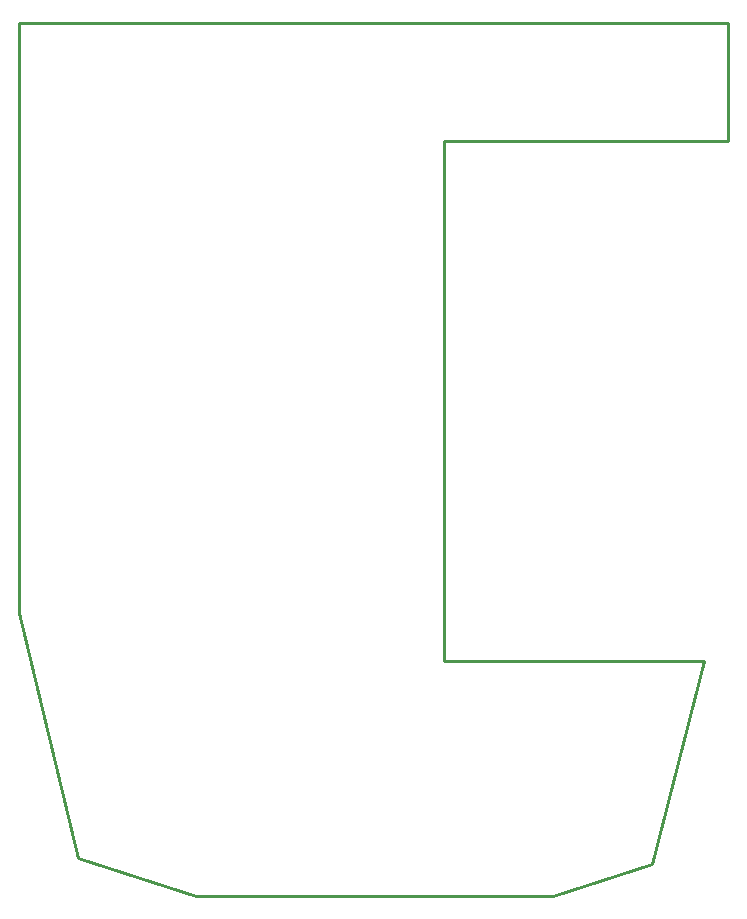
<source format=gbr>
G04 EAGLE Gerber X2 export*
%TF.Part,Single*%
%TF.FileFunction,Profile,NP*%
%TF.FilePolarity,Positive*%
%TF.GenerationSoftware,Autodesk,EAGLE,9.1.1*%
%TF.CreationDate,2018-09-05T07:54:37Z*%
G75*
%MOMM*%
%FSLAX34Y34*%
%LPD*%
%AMOC8*
5,1,8,0,0,1.08239X$1,22.5*%
G01*
%ADD10C,0.254000*%


D10*
X0Y400000D02*
X50000Y193000D01*
X150000Y161000D01*
X452000Y161000D01*
X536000Y188000D01*
X580000Y360000D01*
X360000Y360000D01*
X360000Y800000D01*
X600000Y800000D01*
X600000Y900000D01*
X0Y900000D01*
X0Y400000D01*
M02*

</source>
